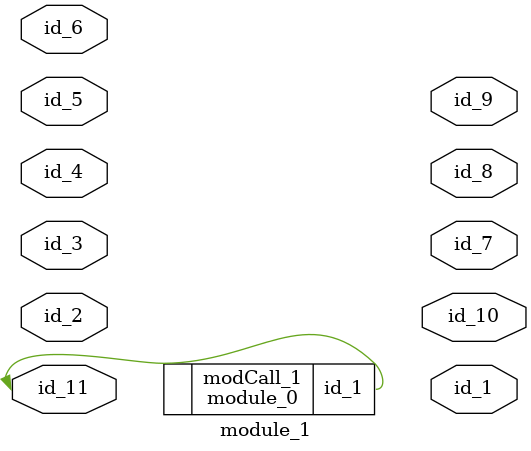
<source format=v>
module module_0 (
    id_1
);
  output wire id_1;
  wire id_2;
endmodule
module module_1 (
    id_1,
    id_2,
    id_3,
    id_4,
    id_5,
    id_6,
    id_7,
    id_8,
    id_9,
    id_10,
    id_11
);
  inout wire id_11;
  output wire id_10;
  output wire id_9;
  output wire id_8;
  output wire id_7;
  inout wire id_6;
  input wire id_5;
  inout wire id_4;
  inout wire id_3;
  inout wire id_2;
  output wire id_1;
  wire id_12;
  module_0 modCall_1 (id_11);
endmodule

</source>
